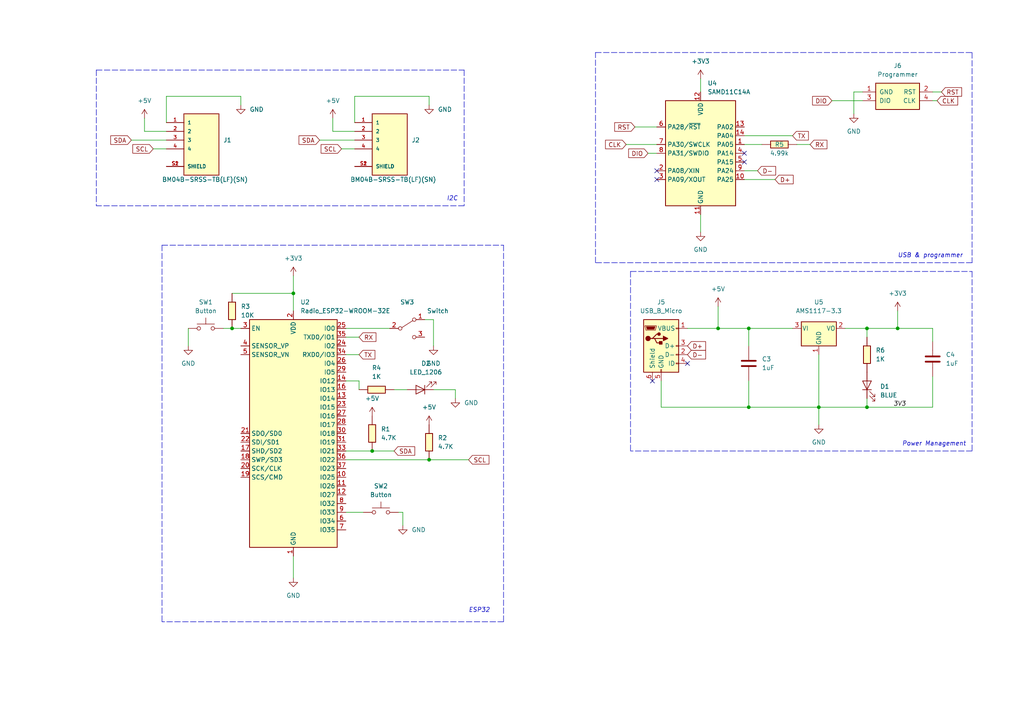
<source format=kicad_sch>
(kicad_sch (version 20211123) (generator eeschema)
  (paper "A4")
  (lib_symbols
    (symbol "BM04B-SRSS-TB_LF__SN_:BM04B-SRSS-TB(LF)(SN)" (pin_names (offset 1.016))
      (property "Reference" "J" (at -5.08 10.795 0))
      (property "Value" "BM04B-SRSS-TB(LF)(SN)" (at -5.08 -10.16 0))
      (symbol "BM04B-SRSS-TB(LF)(SN)_0_0"
        (rectangle (start -5.08 -7.62) (end 5.08 10.16) (stroke (width 0.254)) (fill (type background)))
        (pin passive line (at -10.16 7.62 0) (length 5.08) (name "1") (number "1"))
        (pin passive line (at -10.16 5.08 0) (length 5.08) (name "2") (number "2"))
        (pin passive line (at -10.16 2.54 0) (length 5.08) (name "3") (number "3"))
        (pin passive line (at -10.16 0 0) (length 5.08) (name "4") (number "4"))
        (pin passive line (at -10.16 -5.08 0) (length 5.08) (name "SHIELD") (number "S1"))
        (pin passive line (at -10.16 -5.08 0) (length 5.08) (name "SHIELD") (number "S2"))
      )
    )
    (symbol "Connector:USB_B_Micro" (pin_names (offset 1.016))
      (property "Reference" "J" (at -5.08 11.43 0))
      (property "Value" "USB_B_Micro" (at -5.08 8.89 0))
      (symbol "USB_B_Micro_0_1"
        (rectangle (start -5.08 -7.62) (end 5.08 7.62) (stroke (width 0.254)) (fill (type background)))
        (circle (center -3.81 2.159) (radius 0.635) (stroke (width 0.254)) (fill (type outline)))
        (circle (center -0.635 3.429) (radius 0.381) (stroke (width 0.254)) (fill (type outline)))
        (rectangle (start -0.127 -7.62) (end 0.127 -6.858))
        (polyline (pts (xy -1.905 2.159) (xy 0.635 2.159)) (stroke (width 0.254)))
        (polyline (pts (xy -3.175 2.159) (xy -2.54 2.159) (xy -1.27 3.429) (xy -0.635 3.429)) (stroke (width 0.254)))
        (polyline (pts (xy -2.54 2.159) (xy -1.905 2.159) (xy -1.27 0.889) (xy 0 0.889)) (stroke (width 0.254)))
        (polyline (pts (xy 0.635 2.794) (xy 0.635 1.524) (xy 1.905 2.159) (xy 0.635 2.794)) (stroke (width 0.254)) (fill (type outline)))
        (polyline (pts (xy -4.318 5.588) (xy -1.778 5.588) (xy -2.032 4.826) (xy -4.064 4.826) (xy -4.318 5.588)) (fill (type outline)))
        (polyline (pts (xy -4.699 5.842) (xy -4.699 5.588) (xy -4.445 4.826) (xy -4.445 4.572) (xy -1.651 4.572) (xy -1.651 4.826) (xy -1.397 5.588) (xy -1.397 5.842) (xy -4.699 5.842)))
        (rectangle (start 0.254 1.27) (end -0.508 0.508) (stroke (width 0.254)) (fill (type outline)))
        (rectangle (start 5.08 -5.207) (end 4.318 -4.953))
        (rectangle (start 5.08 -2.667) (end 4.318 -2.413))
        (rectangle (start 5.08 -0.127) (end 4.318 0.127))
        (rectangle (start 5.08 4.953) (end 4.318 5.207))
      )
      (symbol "USB_B_Micro_1_1"
        (pin power_out line (at 7.62 5.08 180) (length 2.54) (name "VBUS") (number "1"))
        (pin bidirectional line (at 7.62 -2.54 180) (length 2.54) (name "D-") (number "2"))
        (pin bidirectional line (at 7.62 0 180) (length 2.54) (name "D+") (number "3"))
        (pin passive line (at 7.62 -5.08 180) (length 2.54) (name "ID") (number "4"))
        (pin power_out line (at 0 -10.16 90) (length 2.54) (name "GND") (number "5"))
        (pin passive line (at -2.54 -10.16 90) (length 2.54) (name "Shield") (number "6"))
      )
    )
    (symbol "Regulator_Linear:AMS1117-3.3" (pin_names (offset 0.254))
      (property "Reference" "U" (at -3.81 3.175 0))
      (property "Value" "AMS1117-3.3" (at 0 3.175 0))
      (symbol "AMS1117-3.3_0_1"
        (rectangle (start -5.08 -5.08) (end 5.08 1.905) (stroke (width 0.254)) (fill (type background)))
      )
      (symbol "AMS1117-3.3_1_1"
        (pin power_in line (at 0 -7.62 90) (length 2.54) (name "GND") (number "1"))
        (pin power_out line (at 7.62 0 180) (length 2.54) (name "VO") (number "2"))
        (pin power_in line (at -7.62 0 0) (length 2.54) (name "VI") (number "3"))
      )
    )
    (symbol "fab:Button_Omron_B3SN_6.0x6.0mm" (pin_numbers hide) (pin_names (offset 1.016) hide)
      (property "Reference" "SW" (at 1.27 2.54 0))
      (property "Value" "Button_Omron_B3SN_6.0x6.0mm" (at 0 -1.524 0))
      (symbol "Button_Omron_B3SN_6.0x6.0mm_0_1"
        (circle (center -2.032 0) (radius 0.508))
        (polyline (pts (xy 0 1.27) (xy 0 3.048)))
        (polyline (pts (xy 2.54 1.27) (xy -2.54 1.27)))
        (circle (center 2.032 0) (radius 0.508))
        (pin passive line (at -5.08 0 0) (length 2.54) (name "1") (number "1"))
        (pin passive line (at 5.08 0 180) (length 2.54) (name "2") (number "2"))
      )
    )
    (symbol "fab:C_1206" (pin_numbers hide)
      (property "Reference" "C" (at 0.635 2.54 0))
      (property "Value" "C_1206" (at 0.635 -2.54 0))
      (symbol "C_1206_0_1"
        (polyline (pts (xy -2.032 -0.762) (xy 2.032 -0.762)) (stroke (width 0.508)))
        (polyline (pts (xy -2.032 0.762) (xy 2.032 0.762)) (stroke (width 0.508)))
        (polyline (pts (xy 0 -0.635) (xy 0 -2.54)))
        (polyline (pts (xy 0 0.635) (xy 0 2.54)))
      )
      (symbol "C_1206_1_1"
        (pin passive line (at 0 5.08 270) (length 2.54) (name "~") (number "1"))
        (pin passive line (at 0 -5.08 90) (length 2.54) (name "~") (number "2"))
      )
    )
    (symbol "fab:Conn_PinHeader_2x02_SWD_P2.54mm_Vertical_SMD" (pin_names (offset 1.016))
      (property "Reference" "J" (at -6.35 7.62 0))
      (property "Value" "Conn_PinHeader_2x02_SWD_P2.54mm_Vertical_SMD" (at -6.35 5.08 0))
      (symbol "Conn_PinHeader_2x02_SWD_P2.54mm_Vertical_SMD_1_1"
        (rectangle (start -6.35 3.81) (end 6.35 -3.81) (stroke (width 0.254)) (fill (type background)))
        (pin passive line (at -10.16 1.27 0) (length 3.81) (name "GND") (number "1"))
        (pin passive line (at 10.16 1.27 180) (length 3.81) (name "RST") (number "2"))
        (pin passive line (at -10.16 -1.27 0) (length 3.81) (name "DIO") (number "3"))
        (pin passive line (at 10.16 -1.27 180) (length 3.81) (name "CLK") (number "4"))
      )
    )
    (symbol "fab:LED_1206" (pin_numbers hide) (pin_names (offset 1.016) hide)
      (property "Reference" "D" (at 0 2.54 0))
      (property "Value" "LED_1206" (at 0 -2.54 0))
      (symbol "LED_1206_0_1"
        (polyline (pts (xy -1.27 -1.27) (xy -1.27 1.27)) (stroke (width 0.2032)))
        (polyline (pts (xy -1.27 0) (xy 1.27 0)))
        (polyline (pts (xy 1.27 -1.27) (xy 1.27 1.27) (xy -1.27 0) (xy 1.27 -1.27)) (stroke (width 0.2032)))
        (polyline (pts (xy -3.048 -0.762) (xy -4.572 -2.286) (xy -3.81 -2.286) (xy -4.572 -2.286) (xy -4.572 -1.524)))
        (polyline (pts (xy -1.778 -0.762) (xy -3.302 -2.286) (xy -2.54 -2.286) (xy -3.302 -2.286) (xy -3.302 -1.524)))
      )
      (symbol "LED_1206_1_1"
        (pin passive line (at -3.81 0 0) (length 2.54) (name "K") (number "1"))
        (pin passive line (at 3.81 0 180) (length 2.54) (name "A") (number "2"))
      )
    )
    (symbol "fab:Microcontroller_ATSAMD11C14A-SSUT"
      (property "Reference" "U" (at -10.16 16.51 0))
      (property "Value" "Microcontroller_ATSAMD11C14A-SSUT" (at 1.27 16.51 0))
      (symbol "Microcontroller_ATSAMD11C14A-SSUT_0_1"
        (rectangle (start -10.16 15.24) (end 10.16 -15.24) (stroke (width 0.254)) (fill (type background)))
      )
      (symbol "Microcontroller_ATSAMD11C14A-SSUT_1_1"
        (pin bidirectional line (at 12.7 2.54 180) (length 2.54) (name "PA05") (number "1"))
        (pin bidirectional line (at 12.7 -7.62 180) (length 2.54) (name "PA25") (number "10"))
        (pin power_in line (at 0 -17.78 90) (length 2.54) (name "GND") (number "11"))
        (pin power_in line (at 0 17.78 270) (length 2.54) (name "VDD") (number "12"))
        (pin bidirectional line (at 12.7 7.62 180) (length 2.54) (name "PA02") (number "13"))
        (pin bidirectional line (at 12.7 5.08 180) (length 2.54) (name "PA04") (number "14"))
        (pin bidirectional line (at -12.7 -5.08 0) (length 2.54) (name "PA08/XIN") (number "2"))
        (pin bidirectional line (at -12.7 -7.62 0) (length 2.54) (name "PA09/XOUT") (number "3"))
        (pin bidirectional line (at 12.7 0 180) (length 2.54) (name "PA14") (number "4"))
        (pin bidirectional line (at 12.7 -2.54 180) (length 2.54) (name "PA15") (number "5"))
        (pin bidirectional line (at -12.7 7.62 0) (length 2.54) (name "PA28/~{RST}") (number "6"))
        (pin bidirectional line (at -12.7 2.54 0) (length 2.54) (name "PA30/SWCLK") (number "7"))
        (pin bidirectional line (at -12.7 0 0) (length 2.54) (name "PA31/SWDIO") (number "8"))
        (pin bidirectional line (at 12.7 -5.08 180) (length 2.54) (name "PA24") (number "9"))
      )
    )
    (symbol "fab:R_1206" (pin_numbers hide) (pin_names (offset 0))
      (property "Reference" "R" (at 2.54 0 90))
      (property "Value" "R_1206" (at -2.54 0 90))
      (symbol "R_1206_0_1"
        (rectangle (start -1.016 -2.54) (end 1.016 2.54) (stroke (width 0.254)) (fill (type background)))
      )
      (symbol "R_1206_1_1"
        (pin passive line (at 0 5.08 270) (length 2.54) (name "~") (number "1"))
        (pin passive line (at 0 -5.08 90) (length 2.54) (name "~") (number "2"))
      )
    )
    (symbol "fab:Radio_ESP32-WROOM-32E"
      (property "Reference" "U" (at -12.7 34.29 0))
      (property "Value" "Radio_ESP32-WROOM-32E" (at 1.27 34.29 0))
      (symbol "Radio_ESP32-WROOM-32E_0_1"
        (rectangle (start -12.7 33.02) (end 12.7 -33.02) (stroke (width 0.254)) (fill (type background)))
      )
      (symbol "Radio_ESP32-WROOM-32E_1_1"
        (pin power_in line (at 0 -35.56 90) (length 2.54) (name "GND") (number "1"))
        (pin bidirectional line (at 15.24 -12.7 180) (length 2.54) (name "IO25") (number "10"))
        (pin bidirectional line (at 15.24 -15.24 180) (length 2.54) (name "IO26") (number "11"))
        (pin bidirectional line (at 15.24 -17.78 180) (length 2.54) (name "IO27") (number "12"))
        (pin bidirectional line (at 15.24 10.16 180) (length 2.54) (name "IO14") (number "13"))
        (pin bidirectional line (at 15.24 15.24 180) (length 2.54) (name "IO12") (number "14"))
        (pin passive line (at 0 -35.56 90) (length 2.54) hide (name "GND") (number "15"))
        (pin bidirectional line (at 15.24 12.7 180) (length 2.54) (name "IO13") (number "16"))
        (pin bidirectional line (at -15.24 -5.08 0) (length 2.54) (name "SHD/SD2") (number "17"))
        (pin bidirectional line (at -15.24 -7.62 0) (length 2.54) (name "SWP/SD3") (number "18"))
        (pin bidirectional line (at -15.24 -12.7 0) (length 2.54) (name "SCS/CMD") (number "19"))
        (pin power_in line (at 0 35.56 270) (length 2.54) (name "VDD") (number "2"))
        (pin bidirectional line (at -15.24 -10.16 0) (length 2.54) (name "SCK/CLK") (number "20"))
        (pin bidirectional line (at -15.24 0 0) (length 2.54) (name "SDO/SD0") (number "21"))
        (pin bidirectional line (at -15.24 -2.54 0) (length 2.54) (name "SDI/SD1") (number "22"))
        (pin bidirectional line (at 15.24 7.62 180) (length 2.54) (name "IO15") (number "23"))
        (pin bidirectional line (at 15.24 25.4 180) (length 2.54) (name "IO2") (number "24"))
        (pin bidirectional line (at 15.24 30.48 180) (length 2.54) (name "IO0") (number "25"))
        (pin bidirectional line (at 15.24 20.32 180) (length 2.54) (name "IO4") (number "26"))
        (pin bidirectional line (at 15.24 5.08 180) (length 2.54) (name "IO16") (number "27"))
        (pin bidirectional line (at 15.24 2.54 180) (length 2.54) (name "IO17") (number "28"))
        (pin bidirectional line (at 15.24 17.78 180) (length 2.54) (name "IO5") (number "29"))
        (pin input line (at -15.24 30.48 0) (length 2.54) (name "EN") (number "3"))
        (pin bidirectional line (at 15.24 0 180) (length 2.54) (name "IO18") (number "30"))
        (pin bidirectional line (at 15.24 -2.54 180) (length 2.54) (name "IO19") (number "31"))
        (pin no_connect line (at -12.7 -27.94 0) (length 2.54) hide (name "NC") (number "32"))
        (pin bidirectional line (at 15.24 -5.08 180) (length 2.54) (name "IO21") (number "33"))
        (pin bidirectional line (at 15.24 22.86 180) (length 2.54) (name "RXD0/IO3") (number "34"))
        (pin bidirectional line (at 15.24 27.94 180) (length 2.54) (name "TXD0/IO1") (number "35"))
        (pin bidirectional line (at 15.24 -7.62 180) (length 2.54) (name "IO22") (number "36"))
        (pin bidirectional line (at 15.24 -10.16 180) (length 2.54) (name "IO23") (number "37"))
        (pin passive line (at 0 -35.56 90) (length 2.54) hide (name "GND") (number "38"))
        (pin passive line (at 0 -35.56 90) (length 2.54) hide (name "GND") (number "39"))
        (pin input line (at -15.24 25.4 0) (length 2.54) (name "SENSOR_VP") (number "4"))
        (pin input line (at -15.24 22.86 0) (length 2.54) (name "SENSOR_VN") (number "5"))
        (pin input line (at 15.24 -25.4 180) (length 2.54) (name "IO34") (number "6"))
        (pin input line (at 15.24 -27.94 180) (length 2.54) (name "IO35") (number "7"))
        (pin bidirectional line (at 15.24 -20.32 180) (length 2.54) (name "IO32") (number "8"))
        (pin bidirectional line (at 15.24 -22.86 180) (length 2.54) (name "IO33") (number "9"))
      )
    )
    (symbol "fab:SWITCH_AYZ0102AGRLC" (pin_names (offset 0) hide)
      (property "Reference" "SW" (at 0 4.318 0))
      (property "Value" "SWITCH_AYZ0102AGRLC" (at 0 -5.08 0))
      (symbol "SWITCH_AYZ0102AGRLC_0_0"
        (circle (center -2.032 0) (radius 0.508))
        (circle (center 2.032 -2.54) (radius 0.508))
      )
      (symbol "SWITCH_AYZ0102AGRLC_0_1"
        (polyline (pts (xy -1.524 0.254) (xy 1.651 2.286)))
        (circle (center 2.032 2.54) (radius 0.508))
      )
      (symbol "SWITCH_AYZ0102AGRLC_1_1"
        (pin passive line (at 5.08 2.54 180) (length 2.54) (name "A") (number "1"))
        (pin passive line (at -5.08 0 0) (length 2.54) (name "B") (number "2"))
        (pin passive line (at 5.08 -2.54 180) (length 2.54) (name "C") (number "3"))
      )
    )
    (symbol "power:+3V3" (power) (pin_names (offset 0))
      (property "Value" "+3V3" (at 0 3.556 0))
      (symbol "+3V3_0_1"
        (polyline (pts (xy -0.762 1.27) (xy 0 2.54)))
        (polyline (pts (xy 0 0) (xy 0 2.54)))
        (polyline (pts (xy 0 2.54) (xy 0.762 1.27)))
      )
      (symbol "+3V3_1_1"
        (pin power_in line (at 0 0 90) (length 0) hide (name "+3V3") (number "1"))
      )
    )
    (symbol "power:+5V" (power) (pin_names (offset 0))
      (property "Value" "+5V" (at 0 3.556 0))
      (symbol "+5V_0_1"
        (polyline (pts (xy -0.762 1.27) (xy 0 2.54)))
        (polyline (pts (xy 0 0) (xy 0 2.54)))
        (polyline (pts (xy 0 2.54) (xy 0.762 1.27)))
      )
      (symbol "+5V_1_1"
        (pin power_in line (at 0 0 90) (length 0) hide (name "+5V") (number "1"))
      )
    )
    (symbol "power:GND" (power) (pin_names (offset 0))
      (property "Value" "GND" (at 0 -3.81 0))
      (symbol "GND_0_1"
        (polyline (pts (xy 0 0) (xy 0 -1.27) (xy 1.27 -1.27) (xy 0 -2.54) (xy -1.27 -1.27) (xy 0 -1.27)))
      )
      (symbol "GND_1_1"
        (pin power_in line (at 0 0 270) (length 0) hide (name "GND") (number "1"))
      )
    )
  )
  (junction (at 217.17 95.25))
  (junction (at 85.09 85.09))
  (junction (at 208.28 95.25))
  (junction (at 67.31 95.25))
  (junction (at 124.46 133.35))
  (junction (at 251.46 118.11))
  (junction (at 260.35 95.25))
  (junction (at 251.46 95.25))
  (junction (at 107.95 130.81))
  (junction (at 237.49 118.11))
  (junction (at 217.17 118.11))
  (no_connect (at 215.9 44.45))
  (no_connect (at 189.23 110.49))
  (no_connect (at 199.39 105.41))
  (no_connect (at 215.9 46.99))
  (no_connect (at 190.5 49.53))
  (no_connect (at 190.5 52.07))
  (wire (pts (xy 217.17 110.49) (xy 217.17 118.11)))
  (polyline (pts (xy 182.88 78.74) (xy 281.94 78.74)))
  (wire (pts (xy 41.91 34.29) (xy 41.91 38.1)))
  (polyline (pts (xy 146.05 71.12) (xy 146.05 180.34)))
  (wire (pts (xy 203.2 22.86) (xy 203.2 26.67)))
  (wire (pts (xy 251.46 118.11) (xy 237.49 118.11)))
  (wire (pts (xy 215.9 39.37) (xy 229.87 39.37)))
  (wire (pts (xy 67.31 95.25) (xy 69.85 95.25)))
  (wire (pts (xy 124.46 27.94) (xy 124.46 30.48)))
  (wire (pts (xy 123.19 92.71) (xy 125.73 92.71)))
  (wire (pts (xy 184.15 36.83) (xy 190.5 36.83)))
  (wire (pts (xy 69.85 27.94) (xy 48.26 27.94)))
  (polyline (pts (xy 281.94 130.81) (xy 182.88 130.81)))
  (polyline (pts (xy 281.94 78.74) (xy 281.94 130.81)))
  (wire (pts (xy 54.61 95.25) (xy 54.61 100.33)))
  (wire (pts (xy 199.39 95.25) (xy 208.28 95.25)))
  (polyline (pts (xy 172.72 15.24) (xy 281.94 15.24)))
  (wire (pts (xy 270.51 99.06) (xy 270.51 95.25)))
  (wire (pts (xy 191.77 118.11) (xy 217.17 118.11)))
  (polyline (pts (xy 281.94 76.2) (xy 172.72 76.2)))
  (wire (pts (xy 85.09 85.09) (xy 85.09 90.17)))
  (wire (pts (xy 181.61 41.91) (xy 190.5 41.91)))
  (wire (pts (xy 100.33 110.49) (xy 104.14 110.49)))
  (wire (pts (xy 100.33 133.35) (xy 124.46 133.35)))
  (wire (pts (xy 96.52 38.1) (xy 102.87 38.1)))
  (polyline (pts (xy 182.88 78.74) (xy 182.88 130.81)))
  (wire (pts (xy 217.17 100.33) (xy 217.17 95.25)))
  (wire (pts (xy 260.35 95.25) (xy 260.35 90.17)))
  (wire (pts (xy 92.71 40.64) (xy 102.87 40.64)))
  (polyline (pts (xy 134.62 59.69) (xy 27.94 59.69)))
  (wire (pts (xy 203.2 62.23) (xy 203.2 67.31)))
  (wire (pts (xy 251.46 95.25) (xy 251.46 97.79)))
  (wire (pts (xy 191.77 110.49) (xy 191.77 118.11)))
  (wire (pts (xy 125.73 92.71) (xy 125.73 100.33)))
  (wire (pts (xy 64.77 95.25) (xy 67.31 95.25)))
  (wire (pts (xy 237.49 118.11) (xy 237.49 123.19)))
  (wire (pts (xy 102.87 27.94) (xy 102.87 35.56)))
  (wire (pts (xy 48.26 27.94) (xy 48.26 35.56)))
  (wire (pts (xy 231.14 41.91) (xy 234.95 41.91)))
  (wire (pts (xy 208.28 95.25) (xy 217.17 95.25)))
  (wire (pts (xy 100.33 148.59) (xy 105.41 148.59)))
  (wire (pts (xy 251.46 95.25) (xy 260.35 95.25)))
  (wire (pts (xy 107.95 130.81) (xy 114.3 130.81)))
  (wire (pts (xy 187.96 44.45) (xy 190.5 44.45)))
  (wire (pts (xy 114.3 113.03) (xy 118.11 113.03)))
  (wire (pts (xy 250.19 26.67) (xy 247.65 26.67)))
  (polyline (pts (xy 172.72 76.2) (xy 172.72 15.24)))
  (wire (pts (xy 270.51 109.22) (xy 270.51 118.11)))
  (wire (pts (xy 125.73 113.03) (xy 132.08 113.03)))
  (wire (pts (xy 69.85 27.94) (xy 69.85 30.48)))
  (wire (pts (xy 219.71 49.53) (xy 215.9 49.53)))
  (wire (pts (xy 67.31 85.09) (xy 85.09 85.09)))
  (wire (pts (xy 96.52 34.29) (xy 96.52 38.1)))
  (wire (pts (xy 217.17 95.25) (xy 229.87 95.25)))
  (polyline (pts (xy 146.05 180.34) (xy 46.99 180.34)))
  (wire (pts (xy 215.9 52.07) (xy 224.79 52.07)))
  (wire (pts (xy 124.46 27.94) (xy 102.87 27.94)))
  (wire (pts (xy 217.17 118.11) (xy 237.49 118.11)))
  (polyline (pts (xy 27.94 20.32) (xy 27.94 59.69)))
  (wire (pts (xy 115.57 148.59) (xy 116.84 148.59)))
  (wire (pts (xy 100.33 95.25) (xy 113.03 95.25)))
  (wire (pts (xy 273.05 26.67) (xy 270.51 26.67)))
  (wire (pts (xy 107.95 130.81) (xy 100.33 130.81)))
  (wire (pts (xy 124.46 133.35) (xy 135.89 133.35)))
  (wire (pts (xy 41.91 38.1) (xy 48.26 38.1)))
  (polyline (pts (xy 281.94 15.24) (xy 281.94 76.2)))
  (wire (pts (xy 104.14 110.49) (xy 104.14 113.03)))
  (wire (pts (xy 247.65 26.67) (xy 247.65 33.02)))
  (wire (pts (xy 215.9 41.91) (xy 220.98 41.91)))
  (wire (pts (xy 38.1 40.64) (xy 48.26 40.64)))
  (wire (pts (xy 251.46 115.57) (xy 251.46 118.11)))
  (wire (pts (xy 208.28 95.25) (xy 208.28 88.9)))
  (wire (pts (xy 132.08 113.03) (xy 132.08 115.57)))
  (wire (pts (xy 245.11 95.25) (xy 251.46 95.25)))
  (wire (pts (xy 270.51 95.25) (xy 260.35 95.25)))
  (wire (pts (xy 99.06 43.18) (xy 102.87 43.18)))
  (wire (pts (xy 237.49 102.87) (xy 237.49 118.11)))
  (wire (pts (xy 44.45 43.18) (xy 48.26 43.18)))
  (wire (pts (xy 270.51 118.11) (xy 251.46 118.11)))
  (wire (pts (xy 100.33 102.87) (xy 104.14 102.87)))
  (polyline (pts (xy 46.99 71.12) (xy 46.99 180.34)))
  (wire (pts (xy 85.09 161.29) (xy 85.09 167.64)))
  (wire (pts (xy 116.84 148.59) (xy 116.84 152.4)))
  (wire (pts (xy 250.19 29.21) (xy 241.3 29.21)))
  (wire (pts (xy 100.33 97.79) (xy 104.14 97.79)))
  (wire (pts (xy 85.09 80.01) (xy 85.09 85.09)))
  (wire (pts (xy 271.78 29.21) (xy 270.51 29.21)))
  (polyline (pts (xy 27.94 20.32) (xy 134.62 20.32)))
  (polyline (pts (xy 134.62 20.32) (xy 134.62 59.69)))
  (polyline (pts (xy 46.99 71.12) (xy 146.05 71.12)))
  (text "ESP32" (at 135.89 177.8 0) (effects (font (size 1.27 1.27) italic) (justify left bottom)))
  (text "I2C" (at 129.54 58.42 0) (effects (font (size 1.27 1.27) italic) (justify left bottom)))
  (text "Power Management" (at 261.62 129.54 0) (effects (font (size 1.27 1.27) italic) (justify left bottom)))
  (text "USB & programmer" (at 260.35 74.93 0) (effects (font (size 1.27 1.27) italic) (justify left bottom)))
  (label "3V3" (at 259.08 118.11 0) (effects (font italic)))
  (global_label "TX" (shape input) (at 229.87 39.37 0) (property "Intersheet References" "${INTERSHEET_REFS}" (effects hide)))
  (global_label "RX" (shape input) (at 104.14 97.79 0) (property "Intersheet References" "${INTERSHEET_REFS}" (effects hide)))
  (global_label "SDA" (shape input) (at 114.3 130.81 0) (property "Intersheet References" "${INTERSHEET_REFS}" (effects hide)))
  (global_label "DIO" (shape input) (at 241.3 29.21 180) (property "Intersheet References" "${INTERSHEET_REFS}" (effects hide)))
  (global_label "SDA" (shape input) (at 92.71 40.64 180) (property "Intersheet References" "${INTERSHEET_REFS}" (effects hide)))
  (global_label "RX" (shape input) (at 234.95 41.91 0) (property "Intersheet References" "${INTERSHEET_REFS}" (effects hide)))
  (global_label "RST" (shape input) (at 273.05 26.67 0) (property "Intersheet References" "${INTERSHEET_REFS}" (effects hide)))
  (global_label "SCL" (shape input) (at 99.06 43.18 180) (property "Intersheet References" "${INTERSHEET_REFS}" (effects hide)))
  (global_label "DIO" (shape input) (at 187.96 44.45 180) (property "Intersheet References" "${INTERSHEET_REFS}" (effects hide)))
  (global_label "SDA" (shape input) (at 38.1 40.64 180) (property "Intersheet References" "${INTERSHEET_REFS}" (effects hide)))
  (global_label "D+" (shape input) (at 224.79 52.07 0) (property "Intersheet References" "${INTERSHEET_REFS}" (effects hide)))
  (global_label "D+" (shape input) (at 199.39 100.33 0) (property "Intersheet References" "${INTERSHEET_REFS}" (effects hide)))
  (global_label "SCL" (shape input) (at 135.89 133.35 0) (property "Intersheet References" "${INTERSHEET_REFS}" (effects hide)))
  (global_label "RST" (shape input) (at 184.15 36.83 180) (property "Intersheet References" "${INTERSHEET_REFS}" (effects hide)))
  (global_label "D-" (shape input) (at 199.39 102.87 0) (property "Intersheet References" "${INTERSHEET_REFS}" (effects hide)))
  (global_label "CLK" (shape input) (at 181.61 41.91 180) (property "Intersheet References" "${INTERSHEET_REFS}" (effects hide)))
  (global_label "D-" (shape input) (at 219.71 49.53 0) (property "Intersheet References" "${INTERSHEET_REFS}" (effects hide)))
  (global_label "CLK" (shape input) (at 271.78 29.21 0) (property "Intersheet References" "${INTERSHEET_REFS}" (effects hide)))
  (global_label "TX" (shape input) (at 104.14 102.87 0) (property "Intersheet References" "${INTERSHEET_REFS}" (effects hide)))
  (global_label "SCL" (shape input) (at 44.45 43.18 180) (property "Intersheet References" "${INTERSHEET_REFS}" (effects hide)))
  (symbol (lib_id "power:+5V") (at 96.52 34.29 0) (unit 1)
    (property "Reference" "#PWR0115" (effects hide))
    (property "Value" "+5V" (at 96.52 29.21 0))
  )
  (symbol (lib_id "power:GND") (at 247.65 33.02 0) (unit 1)
    (property "Reference" "#PWR0102" (effects hide))
    (property "Value" "GND" (at 247.65 38.1 0))
  )
  (symbol (lib_id "fab:LED_1206") (at 121.92 113.03 180) (unit 1)
    (property "Reference" "D2" (at 123.5202 105.41 0))
    (property "Value" "LED_1206" (at 123.5202 107.95 0))
    (property "Footprint" "fab:LED_1206" (effects hide))
    (property "Datasheet" "https://optoelectronics.liteon.com/upload/download/DS-22-98-0002/LTST-C150CKT.pdf" (effects hide))
  )
  (symbol (lib_id "fab:Button_Omron_B3SN_6.0x6.0mm") (at 110.49 148.59 0) (unit 1)
    (property "Reference" "SW2" (at 110.49 140.97 0))
    (property "Value" "Button" (at 110.49 143.51 0))
    (property "Footprint" "fab:Button_Omron_B3SN_6.0x6.0mm" (effects hide))
    (property "Datasheet" "https://omronfs.omron.com/en_US/ecb/products/pdf/en-b3sn.pdf" (effects hide))
  )
  (symbol (lib_id "power:GND") (at 54.61 100.33 0) (unit 1)
    (property "Reference" "#PWR0125" (effects hide))
    (property "Value" "GND" (at 54.61 105.41 0))
  )
  (symbol (lib_id "BM04B-SRSS-TB_LF__SN_:BM04B-SRSS-TB(LF)(SN)") (at 113.03 43.18 0) (unit 1)
    (property "Reference" "J2" (at 119.38 40.6399 0) (effects (justify left)))
    (property "Value" "BM04B-SRSS-TB(LF)(SN)" (at 101.6 52.07 0) (effects (justify left)))
    (property "Footprint" "CONN_BM04B-SRSS-TB(LF)(SN)" (effects hide))
    (property "MANUFACTURER" "JST" (effects hide))
    (property "PARTREV" "N/A" (effects hide))
    (property "STANDARD" "Manufacturer Recommendations" (effects hide))
  )
  (symbol (lib_id "fab:C_1206") (at 270.51 104.14 0) (unit 1)
    (property "Reference" "C4" (at 274.32 102.8699 0) (effects (justify left)))
    (property "Value" "1uF" (at 274.32 105.4099 0) (effects (justify left)))
    (property "Footprint" "fab:C_1206" (effects hide))
    (property "Datasheet" "https://www.yageo.com/upload/media/product/productsearch/datasheet/mlcc/UPY-GP_NP0_16V-to-50V_18.pdf" (effects hide))
  )
  (symbol (lib_id "Connector:USB_B_Micro") (at 191.77 100.33 0) (unit 1)
    (property "Reference" "J5" (at 191.77 87.63 0))
    (property "Value" "USB_B_Micro" (at 191.77 90.17 0))
    (property "Footprint" "Connector_USB:MicroUSB_DX4R005HJ5R2000" (effects hide))
  )
  (symbol (lib_id "power:+3V3") (at 85.09 80.01 0) (unit 1)
    (property "Reference" "#PWR0124" (effects hide))
    (property "Value" "+3V3" (at 85.09 74.93 0))
  )
  (symbol (lib_id "fab:Microcontroller_ATSAMD11C14A-SSUT") (at 203.2 44.45 0) (unit 1)
    (property "Reference" "U4" (at 205.2194 24.13 0) (effects (justify left)))
    (property "Value" "SAMD11C14A" (at 205.2194 26.67 0) (effects (justify left)))
    (property "Footprint" "fab:SOIC-14_3.9x8.7mm_P1.27mm" (effects hide))
    (property "Datasheet" "https://ww1.microchip.com/downloads/en/DeviceDoc/Atmel-42363-SAM-D11_Datasheet.pdf" (effects hide))
  )
  (symbol (lib_id "power:GND") (at 132.08 115.57 0) (unit 1)
    (property "Reference" "#PWR0110" (effects hide))
    (property "Value" "GND" (at 134.62 116.8399 0) (effects (justify left)))
  )
  (symbol (lib_id "Regulator_Linear:AMS1117-3.3") (at 237.49 95.25 0) (unit 1)
    (property "Reference" "U5" (at 237.49 87.63 0))
    (property "Value" "AMS1117-3.3" (at 237.49 90.17 0))
    (property "Footprint" "Package_TO_SOT_SMD:SOT-223-3_TabPin2" (effects hide))
    (property "Datasheet" "http://www.advanced-monolithic.com/pdf/ds1117.pdf" (effects hide))
  )
  (symbol (lib_id "fab:Conn_PinHeader_2x02_SWD_P2.54mm_Vertical_SMD") (at 260.35 27.94 0) (unit 1)
    (property "Reference" "J6" (at 260.35 19.05 0))
    (property "Value" "Programmer" (at 260.35 21.59 0))
    (property "Footprint" "fab:PinHeader_2x02_SWD_P2.54mm_Vertical_SMD" (effects hide))
    (property "Datasheet" "https://cdn.amphenol-icc.com/media/wysiwyg/files/drawing/95278.pdf" (effects hide))
  )
  (symbol (lib_id "fab:C_1206") (at 217.17 105.41 0) (unit 1)
    (property "Reference" "C3" (at 220.98 104.1399 0) (effects (justify left)))
    (property "Value" "1uF" (at 220.98 106.6799 0) (effects (justify left)))
    (property "Footprint" "fab:C_1206" (effects hide))
    (property "Datasheet" "https://www.yageo.com/upload/media/product/productsearch/datasheet/mlcc/UPY-GP_NP0_16V-to-50V_18.pdf" (effects hide))
  )
  (symbol (lib_id "power:+5V") (at 41.91 34.29 0) (unit 1)
    (property "Reference" "#PWR0107" (effects hide))
    (property "Value" "+5V" (at 41.91 29.21 0))
  )
  (symbol (lib_id "power:GND") (at 69.85 30.48 0) (unit 1)
    (property "Reference" "#PWR0108" (effects hide))
    (property "Value" "GND" (at 72.39 31.7499 0) (effects (justify left)))
  )
  (symbol (lib_id "fab:Button_Omron_B3SN_6.0x6.0mm") (at 59.69 95.25 0) (unit 1)
    (property "Reference" "SW1" (at 59.69 87.63 0))
    (property "Value" "Button" (at 59.69 90.17 0))
    (property "Footprint" "fab:Button_Omron_B3SN_6.0x6.0mm" (effects hide))
    (property "Datasheet" "https://omronfs.omron.com/en_US/ecb/products/pdf/en-b3sn.pdf" (effects hide))
  )
  (symbol (lib_id "power:GND") (at 237.49 123.19 0) (unit 1)
    (property "Reference" "#PWR0103" (effects hide))
    (property "Value" "GND" (at 237.49 128.27 0))
  )
  (symbol (lib_id "fab:SWITCH_AYZ0102AGRLC") (at 118.11 95.25 0) (unit 1)
    (property "Reference" "SW3" (at 118.11 87.63 0))
    (property "Value" "Switch" (at 127 90.17 0))
    (property "Footprint" "fab:Switch_SPDT_CnK_AYZ0102AGRLC_7.2x3mm_P2.5mm" (effects hide))
    (property "Datasheet" "https://www.ckswitches.com/media/1431/ayz.pdf" (effects hide))
  )
  (symbol (lib_id "power:GND") (at 203.2 67.31 0) (unit 1)
    (property "Reference" "#PWR0106" (effects hide))
    (property "Value" "GND" (at 203.2 72.39 0))
  )
  (symbol (lib_id "power:+5V") (at 208.28 88.9 0) (unit 1)
    (property "Reference" "#PWR0105" (effects hide))
    (property "Value" "+5V" (at 208.28 83.82 0))
  )
  (symbol (lib_id "BM04B-SRSS-TB_LF__SN_:BM04B-SRSS-TB(LF)(SN)") (at 58.42 43.18 0) (unit 1)
    (property "Reference" "J1" (at 64.77 40.6399 0) (effects (justify left)))
    (property "Value" "BM04B-SRSS-TB(LF)(SN)" (at 46.99 52.07 0) (effects (justify left)))
    (property "Footprint" "CONN_BM04B-SRSS-TB(LF)(SN)" (effects hide))
    (property "MANUFACTURER" "JST" (effects hide))
    (property "PARTREV" "N/A" (effects hide))
    (property "STANDARD" "Manufacturer Recommendations" (effects hide))
  )
  (symbol (lib_id "fab:R_1206") (at 226.06 41.91 90) (unit 1)
    (property "Reference" "R5" (at 226.06 41.91 90))
    (property "Value" "4.99k" (at 226.06 44.45 90))
    (property "Footprint" "fab:R_1206" (effects hide))
  )
  (symbol (lib_id "fab:R_1206") (at 107.95 125.73 180) (unit 1)
    (property "Reference" "R1" (at 110.49 124.4599 0) (effects (justify right)))
    (property "Value" "4.7K" (at 110.49 126.9999 0) (effects (justify right)))
    (property "Footprint" "fab:R_1206" (effects hide))
  )
  (symbol (lib_id "power:GND") (at 125.73 100.33 0) (unit 1)
    (property "Reference" "#PWR0109" (effects hide))
    (property "Value" "GND" (at 125.73 105.41 0))
  )
  (symbol (lib_id "fab:R_1206") (at 124.46 128.27 180) (unit 1)
    (property "Reference" "R2" (at 127 126.9999 0) (effects (justify right)))
    (property "Value" "4.7K" (at 127 129.5399 0) (effects (justify right)))
    (property "Footprint" "fab:R_1206" (effects hide))
  )
  (symbol (lib_id "power:+3V3") (at 203.2 22.86 0) (unit 1)
    (property "Reference" "#PWR0101" (effects hide))
    (property "Value" "+3V3" (at 203.2 17.78 0))
  )
  (symbol (lib_id "power:+5V") (at 107.95 120.65 0) (unit 1)
    (property "Reference" "#PWR0123" (effects hide))
    (property "Value" "+5V" (at 107.95 115.57 0))
  )
  (symbol (lib_id "fab:R_1206") (at 251.46 102.87 0) (unit 1)
    (property "Reference" "R6" (at 254 101.5999 0) (effects (justify left)))
    (property "Value" "1K" (at 254 104.1399 0) (effects (justify left)))
    (property "Footprint" "fab:R_1206" (effects hide))
  )
  (symbol (lib_id "power:+3V3") (at 260.35 90.17 0) (unit 1)
    (property "Reference" "#PWR0104" (effects hide))
    (property "Value" "+3V3" (at 260.35 85.09 0))
  )
  (symbol (lib_id "fab:R_1206") (at 109.22 113.03 270) (unit 1)
    (property "Reference" "R4" (at 109.22 106.68 90))
    (property "Value" "1K" (at 109.22 109.22 90))
    (property "Footprint" "fab:R_1206" (effects hide))
  )
  (symbol (lib_id "power:+5V") (at 124.46 123.19 0) (unit 1)
    (property "Reference" "#PWR0114" (effects hide))
    (property "Value" "+5V" (at 124.46 118.11 0))
  )
  (symbol (lib_id "power:GND") (at 124.46 30.48 0) (unit 1)
    (property "Reference" "#PWR0111" (effects hide))
    (property "Value" "GND" (at 127 31.7499 0) (effects (justify left)))
  )
  (symbol (lib_id "fab:LED_1206") (at 251.46 111.76 90) (unit 1)
    (property "Reference" "D1" (at 255.27 112.0901 90) (effects (justify right)))
    (property "Value" "BLUE" (at 255.27 114.6301 90) (effects (justify right)))
    (property "Footprint" "fab:LED_1206" (effects hide))
    (property "Datasheet" "https://optoelectronics.liteon.com/upload/download/DS-22-98-0002/LTST-C150CKT.pdf" (effects hide))
  )
  (symbol (lib_id "fab:R_1206") (at 67.31 90.17 180) (unit 1)
    (property "Reference" "R3" (at 69.85 88.8999 0) (effects (justify right)))
    (property "Value" "10K" (at 69.85 91.4399 0) (effects (justify right)))
    (property "Footprint" "fab:R_1206" (effects hide))
  )
  (symbol (lib_id "power:GND") (at 116.84 152.4 0) (unit 1)
    (property "Reference" "#PWR0126" (effects hide))
    (property "Value" "GND" (at 119.38 153.6699 0) (effects (justify left)))
  )
  (symbol (lib_id "fab:Radio_ESP32-WROOM-32E") (at 85.09 125.73 0) (unit 1)
    (property "Reference" "U2" (at 87.1094 87.63 0) (effects (justify left)))
    (property "Value" "Radio_ESP32-WROOM-32E" (at 87.1094 90.17 0) (effects (justify left)))
    (property "Footprint" "fab:ESP32-WROOM-32E" (effects hide))
    (property "Datasheet" "https://www.espressif.com/sites/default/files/documentation/esp32-wroom-32e_esp32-wroom-32ue_datasheet_en.pdf" (effects hide))
  )
  (symbol (lib_id "power:GND") (at 85.09 167.64 0) (unit 1)
    (property "Reference" "#PWR0120" (effects hide))
    (property "Value" "GND" (at 85.09 172.72 0))
  )
)
</source>
